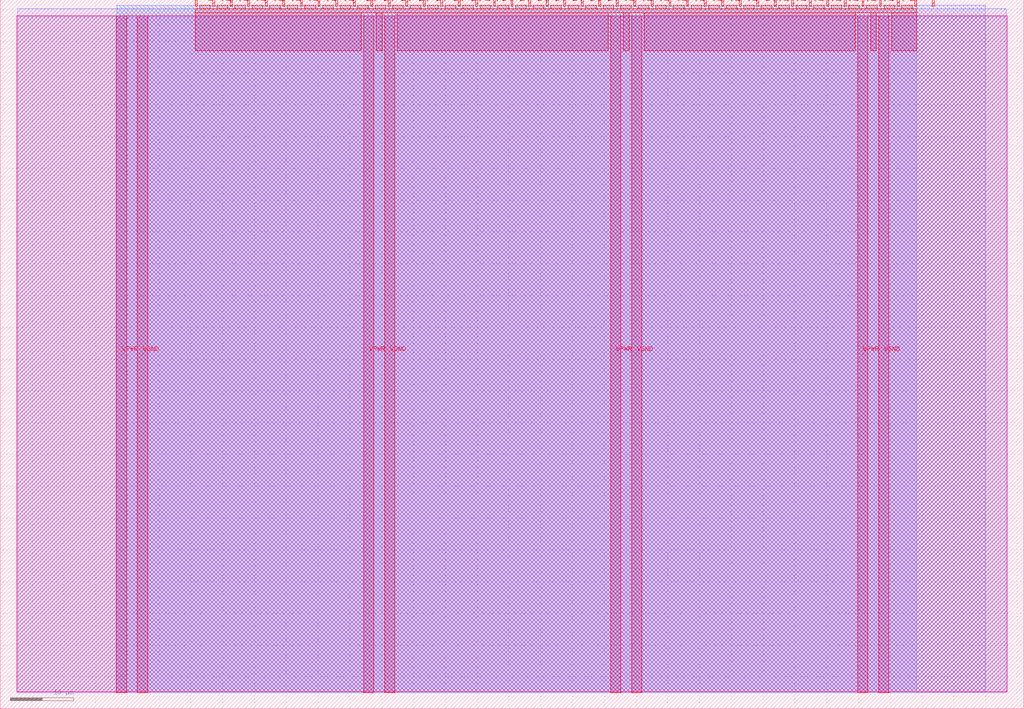
<source format=lef>
VERSION 5.7 ;
  NOWIREEXTENSIONATPIN ON ;
  DIVIDERCHAR "/" ;
  BUSBITCHARS "[]" ;
MACRO tt_um_dac12
  CLASS BLOCK ;
  FOREIGN tt_um_dac12 ;
  ORIGIN 0.000 0.000 ;
  SIZE 161.000 BY 111.520 ;
  PIN VGND
    DIRECTION INOUT ;
    USE GROUND ;
    PORT
      LAYER met4 ;
        RECT 21.580 2.480 23.180 109.040 ;
    END
    PORT
      LAYER met4 ;
        RECT 60.450 2.480 62.050 109.040 ;
    END
    PORT
      LAYER met4 ;
        RECT 99.320 2.480 100.920 109.040 ;
    END
    PORT
      LAYER met4 ;
        RECT 138.190 2.480 139.790 109.040 ;
    END
  END VGND
  PIN VPWR
    DIRECTION INOUT ;
    USE POWER ;
    PORT
      LAYER met4 ;
        RECT 18.280 2.480 19.880 109.040 ;
    END
    PORT
      LAYER met4 ;
        RECT 57.150 2.480 58.750 109.040 ;
    END
    PORT
      LAYER met4 ;
        RECT 96.020 2.480 97.620 109.040 ;
    END
    PORT
      LAYER met4 ;
        RECT 134.890 2.480 136.490 109.040 ;
    END
  END VPWR
  PIN clk
    DIRECTION INPUT ;
    USE SIGNAL ;
    ANTENNAGATEAREA 0.852000 ;
    PORT
      LAYER met4 ;
        RECT 143.830 110.520 144.130 111.520 ;
    END
  END clk
  PIN ena
    DIRECTION INPUT ;
    USE SIGNAL ;
    PORT
      LAYER met4 ;
        RECT 146.590 110.520 146.890 111.520 ;
    END
  END ena
  PIN rst_n
    DIRECTION INPUT ;
    USE SIGNAL ;
    ANTENNAGATEAREA 0.196500 ;
    PORT
      LAYER met4 ;
        RECT 141.070 110.520 141.370 111.520 ;
    END
  END rst_n
  PIN ui_in[0]
    DIRECTION INPUT ;
    USE SIGNAL ;
    ANTENNAGATEAREA 0.196500 ;
    PORT
      LAYER met4 ;
        RECT 138.310 110.520 138.610 111.520 ;
    END
  END ui_in[0]
  PIN ui_in[1]
    DIRECTION INPUT ;
    USE SIGNAL ;
    ANTENNAGATEAREA 0.196500 ;
    PORT
      LAYER met4 ;
        RECT 135.550 110.520 135.850 111.520 ;
    END
  END ui_in[1]
  PIN ui_in[2]
    DIRECTION INPUT ;
    USE SIGNAL ;
    ANTENNAGATEAREA 0.196500 ;
    PORT
      LAYER met4 ;
        RECT 132.790 110.520 133.090 111.520 ;
    END
  END ui_in[2]
  PIN ui_in[3]
    DIRECTION INPUT ;
    USE SIGNAL ;
    ANTENNAGATEAREA 0.196500 ;
    PORT
      LAYER met4 ;
        RECT 130.030 110.520 130.330 111.520 ;
    END
  END ui_in[3]
  PIN ui_in[4]
    DIRECTION INPUT ;
    USE SIGNAL ;
    ANTENNAGATEAREA 0.196500 ;
    PORT
      LAYER met4 ;
        RECT 127.270 110.520 127.570 111.520 ;
    END
  END ui_in[4]
  PIN ui_in[5]
    DIRECTION INPUT ;
    USE SIGNAL ;
    ANTENNAGATEAREA 0.196500 ;
    PORT
      LAYER met4 ;
        RECT 124.510 110.520 124.810 111.520 ;
    END
  END ui_in[5]
  PIN ui_in[6]
    DIRECTION INPUT ;
    USE SIGNAL ;
    ANTENNAGATEAREA 0.196500 ;
    PORT
      LAYER met4 ;
        RECT 121.750 110.520 122.050 111.520 ;
    END
  END ui_in[6]
  PIN ui_in[7]
    DIRECTION INPUT ;
    USE SIGNAL ;
    ANTENNAGATEAREA 0.196500 ;
    PORT
      LAYER met4 ;
        RECT 118.990 110.520 119.290 111.520 ;
    END
  END ui_in[7]
  PIN uio_in[0]
    DIRECTION INPUT ;
    USE SIGNAL ;
    ANTENNAGATEAREA 0.196500 ;
    PORT
      LAYER met4 ;
        RECT 116.230 110.520 116.530 111.520 ;
    END
  END uio_in[0]
  PIN uio_in[1]
    DIRECTION INPUT ;
    USE SIGNAL ;
    ANTENNAGATEAREA 0.196500 ;
    PORT
      LAYER met4 ;
        RECT 113.470 110.520 113.770 111.520 ;
    END
  END uio_in[1]
  PIN uio_in[2]
    DIRECTION INPUT ;
    USE SIGNAL ;
    ANTENNAGATEAREA 0.196500 ;
    PORT
      LAYER met4 ;
        RECT 110.710 110.520 111.010 111.520 ;
    END
  END uio_in[2]
  PIN uio_in[3]
    DIRECTION INPUT ;
    USE SIGNAL ;
    ANTENNAGATEAREA 0.196500 ;
    PORT
      LAYER met4 ;
        RECT 107.950 110.520 108.250 111.520 ;
    END
  END uio_in[3]
  PIN uio_in[4]
    DIRECTION INPUT ;
    USE SIGNAL ;
    PORT
      LAYER met4 ;
        RECT 105.190 110.520 105.490 111.520 ;
    END
  END uio_in[4]
  PIN uio_in[5]
    DIRECTION INPUT ;
    USE SIGNAL ;
    PORT
      LAYER met4 ;
        RECT 102.430 110.520 102.730 111.520 ;
    END
  END uio_in[5]
  PIN uio_in[6]
    DIRECTION INPUT ;
    USE SIGNAL ;
    PORT
      LAYER met4 ;
        RECT 99.670 110.520 99.970 111.520 ;
    END
  END uio_in[6]
  PIN uio_in[7]
    DIRECTION INPUT ;
    USE SIGNAL ;
    PORT
      LAYER met4 ;
        RECT 96.910 110.520 97.210 111.520 ;
    END
  END uio_in[7]
  PIN uio_oe[0]
    DIRECTION OUTPUT ;
    USE SIGNAL ;
    PORT
      LAYER met4 ;
        RECT 49.990 110.520 50.290 111.520 ;
    END
  END uio_oe[0]
  PIN uio_oe[1]
    DIRECTION OUTPUT ;
    USE SIGNAL ;
    PORT
      LAYER met4 ;
        RECT 47.230 110.520 47.530 111.520 ;
    END
  END uio_oe[1]
  PIN uio_oe[2]
    DIRECTION OUTPUT ;
    USE SIGNAL ;
    PORT
      LAYER met4 ;
        RECT 44.470 110.520 44.770 111.520 ;
    END
  END uio_oe[2]
  PIN uio_oe[3]
    DIRECTION OUTPUT ;
    USE SIGNAL ;
    PORT
      LAYER met4 ;
        RECT 41.710 110.520 42.010 111.520 ;
    END
  END uio_oe[3]
  PIN uio_oe[4]
    DIRECTION OUTPUT ;
    USE SIGNAL ;
    PORT
      LAYER met4 ;
        RECT 38.950 110.520 39.250 111.520 ;
    END
  END uio_oe[4]
  PIN uio_oe[5]
    DIRECTION OUTPUT ;
    USE SIGNAL ;
    PORT
      LAYER met4 ;
        RECT 36.190 110.520 36.490 111.520 ;
    END
  END uio_oe[5]
  PIN uio_oe[6]
    DIRECTION OUTPUT ;
    USE SIGNAL ;
    PORT
      LAYER met4 ;
        RECT 33.430 110.520 33.730 111.520 ;
    END
  END uio_oe[6]
  PIN uio_oe[7]
    DIRECTION OUTPUT ;
    USE SIGNAL ;
    PORT
      LAYER met4 ;
        RECT 30.670 110.520 30.970 111.520 ;
    END
  END uio_oe[7]
  PIN uio_out[0]
    DIRECTION OUTPUT ;
    USE SIGNAL ;
    PORT
      LAYER met4 ;
        RECT 72.070 110.520 72.370 111.520 ;
    END
  END uio_out[0]
  PIN uio_out[1]
    DIRECTION OUTPUT ;
    USE SIGNAL ;
    PORT
      LAYER met4 ;
        RECT 69.310 110.520 69.610 111.520 ;
    END
  END uio_out[1]
  PIN uio_out[2]
    DIRECTION OUTPUT ;
    USE SIGNAL ;
    PORT
      LAYER met4 ;
        RECT 66.550 110.520 66.850 111.520 ;
    END
  END uio_out[2]
  PIN uio_out[3]
    DIRECTION OUTPUT ;
    USE SIGNAL ;
    PORT
      LAYER met4 ;
        RECT 63.790 110.520 64.090 111.520 ;
    END
  END uio_out[3]
  PIN uio_out[4]
    DIRECTION OUTPUT ;
    USE SIGNAL ;
    PORT
      LAYER met4 ;
        RECT 61.030 110.520 61.330 111.520 ;
    END
  END uio_out[4]
  PIN uio_out[5]
    DIRECTION OUTPUT ;
    USE SIGNAL ;
    PORT
      LAYER met4 ;
        RECT 58.270 110.520 58.570 111.520 ;
    END
  END uio_out[5]
  PIN uio_out[6]
    DIRECTION OUTPUT ;
    USE SIGNAL ;
    PORT
      LAYER met4 ;
        RECT 55.510 110.520 55.810 111.520 ;
    END
  END uio_out[6]
  PIN uio_out[7]
    DIRECTION OUTPUT ;
    USE SIGNAL ;
    PORT
      LAYER met4 ;
        RECT 52.750 110.520 53.050 111.520 ;
    END
  END uio_out[7]
  PIN uo_out[0]
    DIRECTION OUTPUT ;
    USE SIGNAL ;
    ANTENNADIFFAREA 0.445500 ;
    PORT
      LAYER met4 ;
        RECT 94.150 110.520 94.450 111.520 ;
    END
  END uo_out[0]
  PIN uo_out[1]
    DIRECTION OUTPUT ;
    USE SIGNAL ;
    PORT
      LAYER met4 ;
        RECT 91.390 110.520 91.690 111.520 ;
    END
  END uo_out[1]
  PIN uo_out[2]
    DIRECTION OUTPUT ;
    USE SIGNAL ;
    PORT
      LAYER met4 ;
        RECT 88.630 110.520 88.930 111.520 ;
    END
  END uo_out[2]
  PIN uo_out[3]
    DIRECTION OUTPUT ;
    USE SIGNAL ;
    PORT
      LAYER met4 ;
        RECT 85.870 110.520 86.170 111.520 ;
    END
  END uo_out[3]
  PIN uo_out[4]
    DIRECTION OUTPUT ;
    USE SIGNAL ;
    PORT
      LAYER met4 ;
        RECT 83.110 110.520 83.410 111.520 ;
    END
  END uo_out[4]
  PIN uo_out[5]
    DIRECTION OUTPUT ;
    USE SIGNAL ;
    PORT
      LAYER met4 ;
        RECT 80.350 110.520 80.650 111.520 ;
    END
  END uo_out[5]
  PIN uo_out[6]
    DIRECTION OUTPUT ;
    USE SIGNAL ;
    PORT
      LAYER met4 ;
        RECT 77.590 110.520 77.890 111.520 ;
    END
  END uo_out[6]
  PIN uo_out[7]
    DIRECTION OUTPUT ;
    USE SIGNAL ;
    PORT
      LAYER met4 ;
        RECT 74.830 110.520 75.130 111.520 ;
    END
  END uo_out[7]
  OBS
      LAYER nwell ;
        RECT 2.570 2.635 158.430 108.990 ;
      LAYER li1 ;
        RECT 2.760 2.635 158.240 108.885 ;
      LAYER met1 ;
        RECT 2.760 2.480 158.240 110.120 ;
      LAYER met2 ;
        RECT 18.310 2.535 154.920 110.685 ;
      LAYER met3 ;
        RECT 18.290 2.555 144.170 110.665 ;
      LAYER met4 ;
        RECT 31.370 110.120 33.030 110.665 ;
        RECT 34.130 110.120 35.790 110.665 ;
        RECT 36.890 110.120 38.550 110.665 ;
        RECT 39.650 110.120 41.310 110.665 ;
        RECT 42.410 110.120 44.070 110.665 ;
        RECT 45.170 110.120 46.830 110.665 ;
        RECT 47.930 110.120 49.590 110.665 ;
        RECT 50.690 110.120 52.350 110.665 ;
        RECT 53.450 110.120 55.110 110.665 ;
        RECT 56.210 110.120 57.870 110.665 ;
        RECT 58.970 110.120 60.630 110.665 ;
        RECT 61.730 110.120 63.390 110.665 ;
        RECT 64.490 110.120 66.150 110.665 ;
        RECT 67.250 110.120 68.910 110.665 ;
        RECT 70.010 110.120 71.670 110.665 ;
        RECT 72.770 110.120 74.430 110.665 ;
        RECT 75.530 110.120 77.190 110.665 ;
        RECT 78.290 110.120 79.950 110.665 ;
        RECT 81.050 110.120 82.710 110.665 ;
        RECT 83.810 110.120 85.470 110.665 ;
        RECT 86.570 110.120 88.230 110.665 ;
        RECT 89.330 110.120 90.990 110.665 ;
        RECT 92.090 110.120 93.750 110.665 ;
        RECT 94.850 110.120 96.510 110.665 ;
        RECT 97.610 110.120 99.270 110.665 ;
        RECT 100.370 110.120 102.030 110.665 ;
        RECT 103.130 110.120 104.790 110.665 ;
        RECT 105.890 110.120 107.550 110.665 ;
        RECT 108.650 110.120 110.310 110.665 ;
        RECT 111.410 110.120 113.070 110.665 ;
        RECT 114.170 110.120 115.830 110.665 ;
        RECT 116.930 110.120 118.590 110.665 ;
        RECT 119.690 110.120 121.350 110.665 ;
        RECT 122.450 110.120 124.110 110.665 ;
        RECT 125.210 110.120 126.870 110.665 ;
        RECT 127.970 110.120 129.630 110.665 ;
        RECT 130.730 110.120 132.390 110.665 ;
        RECT 133.490 110.120 135.150 110.665 ;
        RECT 136.250 110.120 137.910 110.665 ;
        RECT 139.010 110.120 140.670 110.665 ;
        RECT 141.770 110.120 143.430 110.665 ;
        RECT 30.655 109.440 144.145 110.120 ;
        RECT 30.655 103.535 56.750 109.440 ;
        RECT 59.150 103.535 60.050 109.440 ;
        RECT 62.450 103.535 95.620 109.440 ;
        RECT 98.020 103.535 98.920 109.440 ;
        RECT 101.320 103.535 134.490 109.440 ;
        RECT 136.890 103.535 137.790 109.440 ;
        RECT 140.190 103.535 144.145 109.440 ;
  END
END tt_um_dac12
END LIBRARY


</source>
